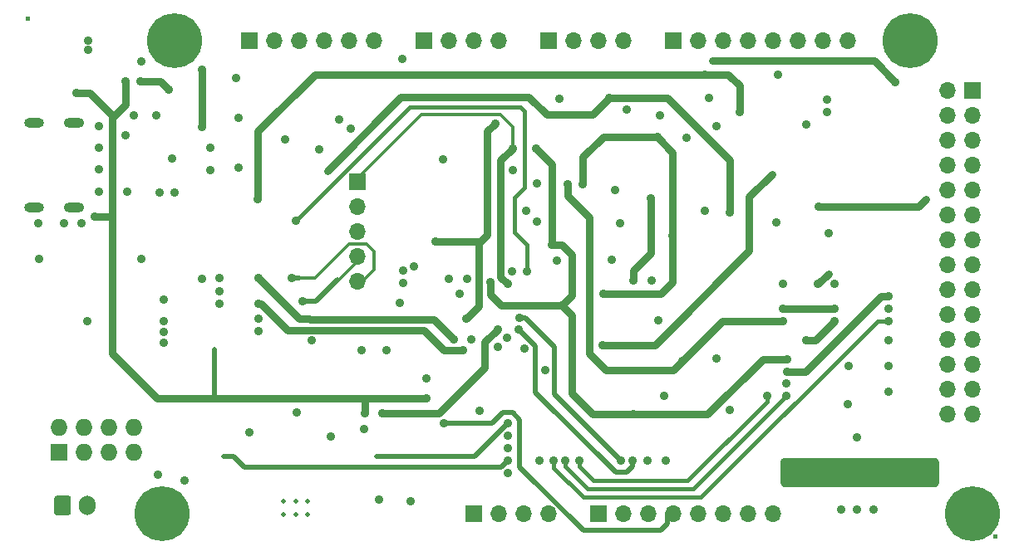
<source format=gbr>
G04 #@! TF.GenerationSoftware,KiCad,Pcbnew,5.1.10-88a1d61d58~88~ubuntu20.04.1*
G04 #@! TF.CreationDate,2021-05-27T22:44:10+02:00*
G04 #@! TF.ProjectId,PSLab,50534c61-622e-46b6-9963-61645f706362,v6.1*
G04 #@! TF.SameCoordinates,Original*
G04 #@! TF.FileFunction,Copper,L3,Inr*
G04 #@! TF.FilePolarity,Positive*
%FSLAX46Y46*%
G04 Gerber Fmt 4.6, Leading zero omitted, Abs format (unit mm)*
G04 Created by KiCad (PCBNEW 5.1.10-88a1d61d58~88~ubuntu20.04.1) date 2021-05-27 22:44:10*
%MOMM*%
%LPD*%
G01*
G04 APERTURE LIST*
G04 #@! TA.AperFunction,ComponentPad*
%ADD10R,1.700000X1.700000*%
G04 #@! TD*
G04 #@! TA.AperFunction,ComponentPad*
%ADD11O,1.700000X1.700000*%
G04 #@! TD*
G04 #@! TA.AperFunction,ComponentPad*
%ADD12R,1.727200X1.727200*%
G04 #@! TD*
G04 #@! TA.AperFunction,ComponentPad*
%ADD13O,1.727200X1.727200*%
G04 #@! TD*
G04 #@! TA.AperFunction,ComponentPad*
%ADD14O,2.100000X1.000000*%
G04 #@! TD*
G04 #@! TA.AperFunction,ComponentPad*
%ADD15O,2.000000X1.000000*%
G04 #@! TD*
G04 #@! TA.AperFunction,ComponentPad*
%ADD16C,0.500000*%
G04 #@! TD*
G04 #@! TA.AperFunction,ComponentPad*
%ADD17C,5.600000*%
G04 #@! TD*
G04 #@! TA.AperFunction,ComponentPad*
%ADD18O,1.700000X2.000000*%
G04 #@! TD*
G04 #@! TA.AperFunction,ViaPad*
%ADD19C,0.914400*%
G04 #@! TD*
G04 #@! TA.AperFunction,Conductor*
%ADD20C,0.406400*%
G04 #@! TD*
G04 #@! TA.AperFunction,Conductor*
%ADD21C,0.762000*%
G04 #@! TD*
G04 #@! TA.AperFunction,Conductor*
%ADD22C,0.508000*%
G04 #@! TD*
G04 #@! TA.AperFunction,Conductor*
%ADD23C,0.304800*%
G04 #@! TD*
G04 #@! TA.AperFunction,Conductor*
%ADD24C,0.254000*%
G04 #@! TD*
G04 #@! TA.AperFunction,Conductor*
%ADD25C,0.100000*%
G04 #@! TD*
G04 #@! TA.AperFunction,NonConductor*
%ADD26C,0.030000*%
G04 #@! TD*
G04 #@! TA.AperFunction,NonConductor*
%ADD27C,0.100000*%
G04 #@! TD*
G04 APERTURE END LIST*
D10*
X124785500Y-77194500D03*
D11*
X124785500Y-79734500D03*
X124785500Y-82274500D03*
X124785500Y-84814500D03*
X124785500Y-87354500D03*
D12*
X94369000Y-104753500D03*
D13*
X94369000Y-102213500D03*
X96909000Y-104753500D03*
X96909000Y-102213500D03*
X99449000Y-104753500D03*
X99449000Y-102213500D03*
X101989000Y-104753500D03*
X101989000Y-102213500D03*
D14*
X95945000Y-71160000D03*
X95945000Y-79800000D03*
D15*
X91865000Y-71160000D03*
X91865000Y-79800000D03*
D16*
X117279000Y-111128500D03*
X117279000Y-109808500D03*
X118499000Y-111128500D03*
X118499000Y-109808500D03*
X119719000Y-109808500D03*
X119719000Y-111128500D03*
D17*
X104880000Y-111020000D03*
G04 #@! TA.AperFunction,ComponentPad*
G36*
G01*
X93900000Y-110964500D02*
X93900000Y-109464500D01*
G75*
G02*
X94150000Y-109214500I250000J0D01*
G01*
X95350000Y-109214500D01*
G75*
G02*
X95600000Y-109464500I0J-250000D01*
G01*
X95600000Y-110964500D01*
G75*
G02*
X95350000Y-111214500I-250000J0D01*
G01*
X94150000Y-111214500D01*
G75*
G02*
X93900000Y-110964500I0J250000D01*
G01*
G37*
G04 #@! TD.AperFunction*
D18*
X97250000Y-110214500D03*
D17*
X181090000Y-62780000D03*
X106150000Y-62770000D03*
X187420000Y-111010000D03*
D10*
X187460000Y-67860000D03*
D11*
X184920000Y-67860000D03*
X187460000Y-70400000D03*
X184920000Y-70400000D03*
X187460000Y-72940000D03*
X184920000Y-72940000D03*
X187460000Y-75480000D03*
X184920000Y-75480000D03*
X187460000Y-78020000D03*
X184920000Y-78020000D03*
X187460000Y-80560000D03*
X184920000Y-80560000D03*
X187460000Y-83100000D03*
X184920000Y-83100000D03*
X187460000Y-85640000D03*
X184920000Y-85640000D03*
X187460000Y-88180000D03*
X184920000Y-88180000D03*
X187460000Y-90720000D03*
X184920000Y-90720000D03*
X187460000Y-93260000D03*
X184920000Y-93260000D03*
X187460000Y-95800000D03*
X184920000Y-95800000D03*
X187460000Y-98340000D03*
X184920000Y-98340000D03*
X187460000Y-100880000D03*
X184920000Y-100880000D03*
D10*
X156980000Y-62780000D03*
D11*
X159520000Y-62780000D03*
X162060000Y-62780000D03*
X164600000Y-62780000D03*
X167140000Y-62780000D03*
X169680000Y-62780000D03*
X172220000Y-62780000D03*
X174760000Y-62780000D03*
X167140000Y-111040000D03*
X164600000Y-111040000D03*
X162060000Y-111040000D03*
X159520000Y-111040000D03*
X156980000Y-111040000D03*
X154440000Y-111040000D03*
X151900000Y-111040000D03*
D10*
X149360000Y-111040000D03*
X131580000Y-62780000D03*
D11*
X134120000Y-62780000D03*
X136660000Y-62780000D03*
X139200000Y-62780000D03*
D10*
X144280000Y-62780000D03*
D11*
X146820000Y-62780000D03*
X149360000Y-62780000D03*
X151900000Y-62780000D03*
X144280000Y-111074000D03*
X141740000Y-111074000D03*
X139200000Y-111074000D03*
D10*
X136660000Y-111074000D03*
X113800000Y-62780000D03*
D11*
X116340000Y-62780000D03*
X118880000Y-62780000D03*
X121420000Y-62780000D03*
X123960000Y-62780000D03*
X126500000Y-62780000D03*
D19*
X154370000Y-105638400D03*
X98071600Y-80721000D03*
X96140010Y-68107510D03*
X131795218Y-99288400D03*
X156161400Y-105638400D03*
X140080000Y-104368400D03*
X137195214Y-100558400D03*
X125534800Y-100778400D03*
X101138100Y-66907500D03*
X127008000Y-109643000D03*
X125484000Y-102404000D03*
X145600000Y-89800000D03*
X152890000Y-100890000D03*
X144640000Y-83590000D03*
X138300000Y-87420000D03*
X168520000Y-95260000D03*
X143030000Y-73800000D03*
X135230000Y-88650000D03*
X168519189Y-96528572D03*
X178919704Y-88850000D03*
X114690000Y-92444333D03*
X152250000Y-69800000D03*
X134060000Y-87080000D03*
X141220000Y-92240000D03*
X152834000Y-105638400D03*
X135960000Y-87060000D03*
X155600000Y-70450000D03*
X151620000Y-105638400D03*
X141260000Y-91100000D03*
X130530000Y-85800000D03*
X105090000Y-92470000D03*
X168510000Y-97790000D03*
X178919704Y-90130000D03*
X161330000Y-71500000D03*
X179605600Y-66979600D03*
X110700000Y-89640000D03*
X106123400Y-78282602D03*
X110700000Y-87040000D03*
X104624800Y-78282602D03*
X167620000Y-66240000D03*
X172650000Y-68780000D03*
X145130000Y-85220000D03*
X173400000Y-87580000D03*
X171807800Y-79679600D03*
X108990000Y-87050000D03*
X118137700Y-87040000D03*
X167500000Y-81310000D03*
X172760000Y-82460000D03*
X155420000Y-91290000D03*
X171730000Y-87560000D03*
X151538600Y-81432200D03*
X154710000Y-78900000D03*
X152890000Y-87270000D03*
X160190000Y-80170000D03*
X150660000Y-85140000D03*
X110700000Y-88350000D03*
X119220000Y-89360000D03*
X125249600Y-94335400D03*
X113759986Y-102747500D03*
X122059986Y-103155000D03*
X151020000Y-77990000D03*
X140070000Y-87630000D03*
X140590000Y-73810000D03*
X140080000Y-106908400D03*
X143334400Y-105638400D03*
X140080000Y-103098400D03*
X133631602Y-101828400D03*
X129430000Y-86200000D03*
X114690000Y-91135000D03*
X105090000Y-93580000D03*
X131802800Y-97256402D03*
X183454800Y-106792000D03*
X168356400Y-107772000D03*
X183444800Y-107772000D03*
X168346400Y-105812000D03*
X183434800Y-105812000D03*
X168356400Y-106792000D03*
X142057500Y-86300400D03*
X118520000Y-81140000D03*
X168150000Y-91410000D03*
X146200000Y-77420000D03*
X157890000Y-95500000D03*
X166490000Y-99040000D03*
X147423802Y-105638400D03*
X168170000Y-90160000D03*
X173400000Y-90120000D03*
X104465500Y-107103000D03*
X107196000Y-107674500D03*
X98445700Y-71530300D03*
X101326060Y-78185100D03*
X96670000Y-81390000D03*
X94860000Y-81380000D03*
X105583100Y-67809200D03*
X102713000Y-66907500D03*
X104320000Y-70427500D03*
X98442406Y-75950000D03*
X109806400Y-75983585D03*
X98442400Y-73750000D03*
X109806400Y-73736000D03*
X120924000Y-73862988D03*
X112701980Y-75702200D03*
X162760000Y-100480000D03*
X156910000Y-82700000D03*
X170480000Y-93340000D03*
X147760000Y-77420000D03*
X155310000Y-72590000D03*
X160640000Y-68650000D03*
X97350000Y-62777200D03*
X97350000Y-63717200D03*
X173400000Y-91400000D03*
X175710000Y-103250000D03*
X175710000Y-110620000D03*
X177340000Y-110620000D03*
X174060000Y-110620000D03*
X98427190Y-78200000D03*
X105894834Y-74850000D03*
X102755000Y-85074978D03*
X92352990Y-85075000D03*
X112463000Y-66573200D03*
X105090000Y-89175000D03*
X136349400Y-93300000D03*
X149837510Y-88620000D03*
X129130000Y-89572494D03*
X112700000Y-70645004D03*
X117429998Y-72874998D03*
X133517500Y-74902500D03*
X124100000Y-71750000D03*
X101980000Y-70427496D03*
X101163500Y-72432000D03*
X130246500Y-109770000D03*
X139070000Y-94010000D03*
X174762500Y-99880904D03*
X140010000Y-93130000D03*
X178922496Y-98579996D03*
X141830000Y-94180000D03*
X178919700Y-95960988D03*
X143880000Y-96440000D03*
X174804900Y-95961012D03*
X129430000Y-87500000D03*
X139070000Y-92240000D03*
X127363600Y-100778400D03*
X149786000Y-93827400D03*
X158330000Y-72660000D03*
X170539998Y-71320000D03*
X144807600Y-105638400D03*
X178919704Y-91389000D03*
X168480000Y-99050000D03*
X145925200Y-105638400D03*
X143070000Y-81270000D03*
X140610000Y-76020000D03*
X135870000Y-91120000D03*
X132770000Y-83310000D03*
X105090000Y-91370000D03*
X102760000Y-64920000D03*
X92280400Y-81406728D03*
X108993600Y-71551598D03*
X97309612Y-91363574D03*
X108960000Y-65710000D03*
X120169600Y-93323000D03*
X138818998Y-71225500D03*
X140080000Y-105638400D03*
X160190000Y-66250000D03*
X163700000Y-70050000D03*
X118617400Y-100708000D03*
X114640296Y-79000000D03*
X178912488Y-93340000D03*
X172650004Y-70050000D03*
X122938200Y-70798200D03*
X129395000Y-64625000D03*
X145390000Y-68730000D03*
X156050000Y-99050000D03*
X154720000Y-87230000D03*
X150450000Y-68620000D03*
X161335000Y-95215000D03*
X162689200Y-80314602D03*
X168120000Y-87620000D03*
X140080000Y-101828400D03*
X140550000Y-86300000D03*
X143040000Y-77390000D03*
X141980000Y-80180000D03*
X114712855Y-87040000D03*
X134650000Y-93250000D03*
X114690000Y-89640000D03*
X135550000Y-94350000D03*
X127770000Y-94339500D03*
D20*
X98659000Y-80721000D02*
X98071600Y-80721000D01*
D21*
X99697200Y-80721000D02*
X99773400Y-80797200D01*
X98071600Y-80721000D02*
X99697200Y-80721000D01*
X99773400Y-94716400D02*
X104345400Y-99288400D01*
X104345400Y-99288400D02*
X125526200Y-99288400D01*
D22*
X110238200Y-94259200D02*
X110238200Y-99339200D01*
D21*
X125526200Y-100769800D02*
X125534800Y-100778400D01*
X125526200Y-99288400D02*
X125526200Y-100769800D01*
X125526200Y-99288400D02*
X131795218Y-99288400D01*
X99773400Y-70637200D02*
X99773400Y-80797200D01*
X99773400Y-70391660D02*
X99773400Y-70637200D01*
X96140010Y-68107510D02*
X97489250Y-68107510D01*
X97489250Y-68107510D02*
X99773400Y-70391660D01*
X99773400Y-80797200D02*
X99773400Y-94716400D01*
X101138100Y-69272500D02*
X99773400Y-70637200D01*
X101138100Y-66907500D02*
X101138100Y-69272500D01*
X139430000Y-89800000D02*
X145600000Y-89800000D01*
X138300000Y-88670000D02*
X139430000Y-89800000D01*
X138300000Y-87420000D02*
X138300000Y-88670000D01*
X160440000Y-100890000D02*
X152890000Y-100890000D01*
X166070000Y-95260000D02*
X160440000Y-100890000D01*
X168520000Y-95260000D02*
X166070000Y-95260000D01*
X146636400Y-88763600D02*
X145600000Y-89800000D01*
X146636400Y-84607200D02*
X146636400Y-88763600D01*
X144640000Y-83590000D02*
X145619200Y-83590000D01*
X145619200Y-83590000D02*
X146636400Y-84607200D01*
X146611000Y-98791000D02*
X148710000Y-100890000D01*
X145600000Y-89800000D02*
X146611000Y-90811000D01*
X148710000Y-100890000D02*
X152890000Y-100890000D01*
X146611000Y-90811000D02*
X146611000Y-98791000D01*
X143030000Y-73800000D02*
X144640000Y-75410000D01*
X144640000Y-75410000D02*
X144640000Y-83590000D01*
X170452828Y-96528572D02*
X178131400Y-88850000D01*
X168519189Y-96528572D02*
X170452828Y-96528572D01*
X178131400Y-88850000D02*
X178919704Y-88850000D01*
D22*
X151120000Y-106840000D02*
X152242000Y-106840000D01*
X152834000Y-106248000D02*
X152834000Y-105638400D01*
X152242000Y-106840000D02*
X152834000Y-106248000D01*
X141220000Y-92240000D02*
X142930000Y-93950000D01*
X142930000Y-98650000D02*
X151120000Y-106840000D01*
X142930000Y-93950000D02*
X142930000Y-98650000D01*
X144859790Y-98878190D02*
X151620000Y-105638400D01*
X144859790Y-94059790D02*
X144859790Y-98878190D01*
X141260000Y-91100000D02*
X141900000Y-91100000D01*
X141900000Y-91100000D02*
X144859790Y-94059790D01*
D21*
X177426000Y-64800000D02*
X179605600Y-66979600D01*
X160900000Y-64800000D02*
X177426000Y-64800000D01*
X171807800Y-79679600D02*
X181917000Y-79679600D01*
X181917000Y-79679600D02*
X182679000Y-78917600D01*
D22*
X118137700Y-87040000D02*
X118879800Y-87040000D01*
D23*
X120466698Y-87040000D02*
X118137700Y-87040000D01*
X123962198Y-83544500D02*
X120466698Y-87040000D01*
X126451901Y-84258467D02*
X125737934Y-83544500D01*
X126451901Y-86196099D02*
X126451901Y-84258467D01*
X125737934Y-83544500D02*
X123962198Y-83544500D01*
X125293500Y-87354500D02*
X126451901Y-86196099D01*
D21*
X171730000Y-87560000D02*
X172752400Y-86537600D01*
X152890000Y-87270000D02*
X152890000Y-86260000D01*
X152890000Y-86260000D02*
X154710000Y-84440000D01*
X154710000Y-84440000D02*
X154710000Y-78900000D01*
D22*
X119220000Y-89360000D02*
X120580000Y-89360000D01*
X120580000Y-89360000D02*
X122785800Y-87154200D01*
D23*
X122953800Y-87154200D02*
X125293500Y-84814500D01*
X122785800Y-87154200D02*
X122953800Y-87154200D01*
D21*
X139380000Y-86940000D02*
X140070000Y-87630000D01*
X139380000Y-75020000D02*
X139380000Y-86940000D01*
X140590000Y-73810000D02*
X139380000Y-75020000D01*
D23*
X131266101Y-70332899D02*
X139313489Y-70332899D01*
X140590000Y-71609410D02*
X140590000Y-73810000D01*
X139313489Y-70332899D02*
X140590000Y-71609410D01*
X125293500Y-77194500D02*
X125293500Y-76305500D01*
X125293500Y-76305500D02*
X131266101Y-70332899D01*
D22*
X139578801Y-100757999D02*
X138508400Y-101828400D01*
X138508400Y-101828400D02*
X133631602Y-101828400D01*
X140616600Y-100757999D02*
X139578801Y-100757999D01*
X156390000Y-111074000D02*
X156390000Y-112064600D01*
X156390000Y-112064600D02*
X155678800Y-112775800D01*
X155678800Y-112775800D02*
X147804800Y-112775800D01*
X147804800Y-112775800D02*
X141302400Y-106273400D01*
X141302400Y-106273400D02*
X141302400Y-101443799D01*
X141302400Y-101443799D02*
X140616600Y-100757999D01*
D20*
X142060000Y-86297900D02*
X142057500Y-86300400D01*
X142060000Y-83580000D02*
X142060000Y-86297900D01*
X140825600Y-82345600D02*
X142060000Y-83580000D01*
X130110900Y-69549100D02*
X141389100Y-69549100D01*
X118520000Y-81140000D02*
X130110900Y-69549100D01*
X141840000Y-70000000D02*
X141840000Y-77760000D01*
X141389100Y-69549100D02*
X141840000Y-70000000D01*
X141840000Y-77760000D02*
X140825600Y-78774400D01*
X140825600Y-78774400D02*
X140825600Y-82345600D01*
D21*
X146200000Y-78640000D02*
X146200000Y-77420000D01*
X148389000Y-80829000D02*
X146200000Y-78640000D01*
X148389000Y-94689000D02*
X148389000Y-80829000D01*
X150090000Y-96390000D02*
X148389000Y-94689000D01*
X161980000Y-91410000D02*
X168150000Y-91410000D01*
X157890000Y-95500000D02*
X161980000Y-91410000D01*
X157890000Y-95500000D02*
X157000000Y-96390000D01*
X157000000Y-96390000D02*
X150090000Y-96390000D01*
D20*
X147423802Y-106248002D02*
X147423802Y-105638400D01*
X148855800Y-107680000D02*
X147423802Y-106248002D01*
X158437800Y-107680000D02*
X148855800Y-107680000D01*
X166500000Y-98940000D02*
X166500000Y-99617800D01*
X166500000Y-99617800D02*
X158437800Y-107680000D01*
D21*
X168210000Y-90120000D02*
X173400000Y-90120000D01*
X168170000Y-90160000D02*
X168210000Y-90120000D01*
X104681400Y-66907500D02*
X105583100Y-67809200D01*
X102713000Y-66907500D02*
X104681400Y-66907500D01*
X147760000Y-77420000D02*
X147760000Y-74680000D01*
X149850000Y-72590000D02*
X155310000Y-72590000D01*
X147760000Y-74680000D02*
X149850000Y-72590000D01*
X156910000Y-87400000D02*
X155690000Y-88620000D01*
X155690000Y-88620000D02*
X149837510Y-88620000D01*
X156910000Y-82700000D02*
X156910000Y-87400000D01*
X171460000Y-93340000D02*
X170570000Y-93340000D01*
X173400000Y-91400000D02*
X171460000Y-93340000D01*
X156910000Y-74190000D02*
X156910000Y-82700000D01*
X155310000Y-72590000D02*
X156910000Y-74190000D01*
X137755000Y-96115000D02*
X137755000Y-93555000D01*
X127363600Y-100778400D02*
X133091600Y-100778400D01*
X137755000Y-93555000D02*
X139070000Y-92240000D01*
X133091600Y-100778400D02*
X137755000Y-96115000D01*
X155094200Y-93827400D02*
X164695800Y-84225800D01*
X149786000Y-93827400D02*
X155094200Y-93827400D01*
X164695800Y-78689000D02*
X167007200Y-76377600D01*
X164695800Y-84225800D02*
X164695800Y-78689000D01*
D20*
X144807600Y-106400400D02*
X144807600Y-105638400D01*
X147777200Y-109370000D02*
X144807600Y-106400400D01*
X159795800Y-109370000D02*
X147777200Y-109370000D01*
X178919704Y-91389000D02*
X177776800Y-91389000D01*
X177776800Y-91389000D02*
X159795800Y-109370000D01*
X158990000Y-108540000D02*
X168480000Y-99050000D01*
X148242600Y-108540000D02*
X158990000Y-108540000D01*
X145925200Y-105638400D02*
X145925200Y-106222600D01*
X145925200Y-106222600D02*
X148242600Y-108540000D01*
D21*
X137291000Y-83310000D02*
X138000400Y-82600600D01*
X132770000Y-83310000D02*
X137291000Y-83310000D01*
X137136800Y-83464200D02*
X137289200Y-83311800D01*
X135870000Y-91120000D02*
X137136800Y-89853200D01*
X137136800Y-89853200D02*
X137136800Y-83464200D01*
X108960000Y-71517998D02*
X108993600Y-71551598D01*
X108960000Y-65710000D02*
X108960000Y-71517998D01*
X137990000Y-82611000D02*
X137990000Y-72054498D01*
X137990000Y-72054498D02*
X138818998Y-71225500D01*
D22*
X112193900Y-105206500D02*
X111160014Y-105206500D01*
X113260800Y-106273400D02*
X112193900Y-105206500D01*
X140080000Y-105638400D02*
X139445000Y-106273400D01*
X139445000Y-106273400D02*
X113260800Y-106273400D01*
D21*
X160190000Y-66250000D02*
X162560000Y-66250000D01*
D23*
X160190000Y-66250000D02*
X160190000Y-66220000D01*
D21*
X162560000Y-66250000D02*
X163700000Y-67390000D01*
X163700000Y-67390000D02*
X163700000Y-70050000D01*
X160190000Y-66250000D02*
X120442000Y-66250000D01*
X120442000Y-66250000D02*
X114640296Y-72051704D01*
X114640296Y-72051704D02*
X114640296Y-79000000D01*
X150450000Y-68620000D02*
X156350000Y-68620000D01*
X162689200Y-74959200D02*
X162689200Y-80314602D01*
X156350000Y-68620000D02*
X162689200Y-74959200D01*
X148740000Y-70330000D02*
X150450000Y-68620000D01*
X144068600Y-70330000D02*
X148740000Y-70330000D01*
X142263600Y-68525000D02*
X144068600Y-70330000D01*
X121700000Y-76050000D02*
X129225000Y-68525000D01*
X129225000Y-68525000D02*
X142263600Y-68525000D01*
D22*
X136705112Y-105206484D02*
X140083196Y-101828400D01*
X126760000Y-105206484D02*
X136705112Y-105206484D01*
X136701916Y-105206484D02*
X140080000Y-101828400D01*
X126760000Y-105206484D02*
X136701916Y-105206484D01*
D21*
X119930500Y-91200700D02*
X132600700Y-91200700D01*
X114712855Y-87040000D02*
X118852855Y-91180000D01*
X132600700Y-91200700D02*
X134650000Y-93250000D01*
X119909800Y-91180000D02*
X119930500Y-91200700D01*
X118852855Y-91180000D02*
X119909800Y-91180000D01*
X133570000Y-94350000D02*
X135550000Y-94350000D01*
X131548800Y-92328800D02*
X133570000Y-94350000D01*
X117658800Y-92328800D02*
X131548800Y-92328800D01*
X114690000Y-89640000D02*
X114970000Y-89640000D01*
X114970000Y-89640000D02*
X117658800Y-92328800D01*
D24*
X183594059Y-105435168D02*
X183847400Y-105671937D01*
X183847400Y-107949374D01*
X183672062Y-108151400D01*
X168222606Y-108151400D01*
X167947000Y-107875794D01*
X167947000Y-105691006D01*
X168212573Y-105425433D01*
X183594059Y-105435168D01*
G04 #@! TA.AperFunction,Conductor*
D25*
G36*
X183594059Y-105435168D02*
G01*
X183847400Y-105671937D01*
X183847400Y-107949374D01*
X183672062Y-108151400D01*
X168222606Y-108151400D01*
X167947000Y-107875794D01*
X167947000Y-105691006D01*
X168212573Y-105425433D01*
X183594059Y-105435168D01*
G37*
G04 #@! TD.AperFunction*
D26*
X91369500Y-60669500D02*
X91035000Y-60669500D01*
X91035000Y-60365000D01*
X91369500Y-60365000D01*
X91369500Y-60669500D01*
G04 #@! TA.AperFunction,NonConductor*
D27*
G36*
X91369500Y-60669500D02*
G01*
X91035000Y-60669500D01*
X91035000Y-60365000D01*
X91369500Y-60365000D01*
X91369500Y-60669500D01*
G37*
G04 #@! TD.AperFunction*
D26*
X189875001Y-113485000D02*
X189570500Y-113485000D01*
X189570500Y-113150500D01*
X189875001Y-113150500D01*
X189875001Y-113485000D01*
G04 #@! TA.AperFunction,NonConductor*
D27*
G36*
X189875001Y-113485000D02*
G01*
X189570500Y-113485000D01*
X189570500Y-113150500D01*
X189875001Y-113150500D01*
X189875001Y-113485000D01*
G37*
G04 #@! TD.AperFunction*
M02*

</source>
